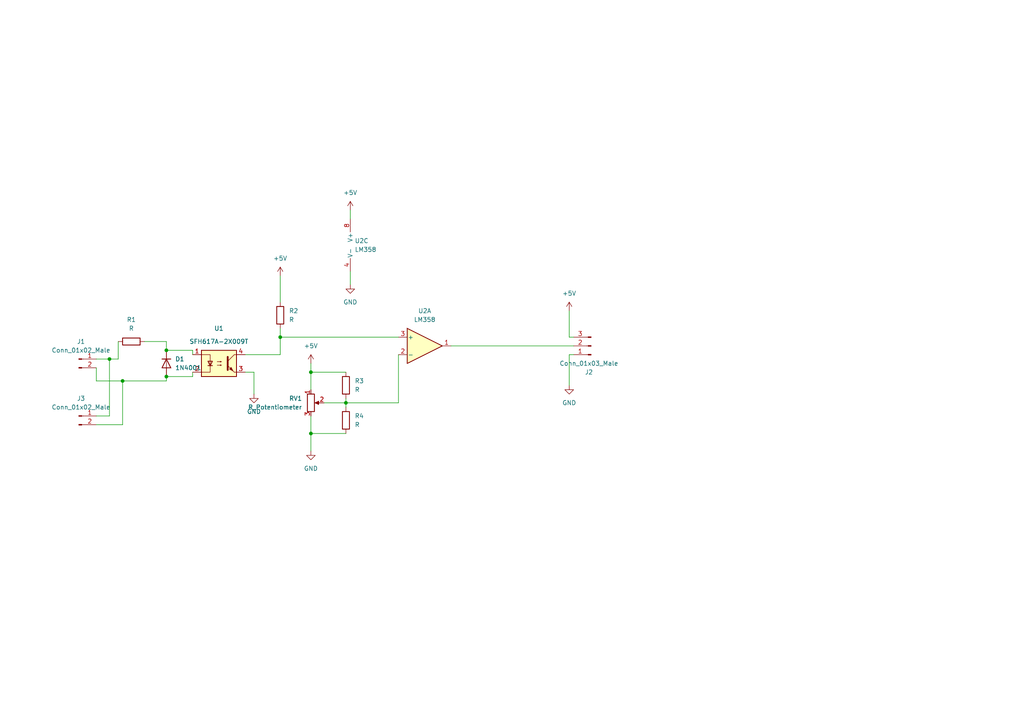
<source format=kicad_sch>
(kicad_sch (version 20211123) (generator eeschema)
  (paper "A4")
  (lib_symbols
    (symbol "Amplifier_Operational:LM358" (pin_names (offset 0.127))
      (property "Reference" "U" (at 0 5.08 0))
      (property "Value" "LM358" (at 0 -5.08 0))
      (symbol "LM358_1_1"
        (polyline (pts (xy -5.08 5.08) (xy 5.08 0) (xy -5.08 -5.08) (xy -5.08 5.08)) (stroke (width 0.254)) (fill (type background)))
        (pin output line (at 7.62 0 180) (length 2.54) (name "~") (number "1"))
        (pin input line (at -7.62 -2.54 0) (length 2.54) (name "-") (number "2"))
        (pin input line (at -7.62 2.54 0) (length 2.54) (name "+") (number "3"))
      )
      (symbol "LM358_2_1"
        (polyline (pts (xy -5.08 5.08) (xy 5.08 0) (xy -5.08 -5.08) (xy -5.08 5.08)) (stroke (width 0.254)) (fill (type background)))
        (pin input line (at -7.62 2.54 0) (length 2.54) (name "+") (number "5"))
        (pin input line (at -7.62 -2.54 0) (length 2.54) (name "-") (number "6"))
        (pin output line (at 7.62 0 180) (length 2.54) (name "~") (number "7"))
      )
      (symbol "LM358_3_1"
        (pin power_in line (at -2.54 -7.62 90) (length 3.81) (name "V-") (number "4"))
        (pin power_in line (at -2.54 7.62 270) (length 3.81) (name "V+") (number "8"))
      )
    )
    (symbol "Connector:Conn_01x02_Male" (pin_names (offset 1.016) hide)
      (property "Reference" "J" (at 0 2.54 0))
      (property "Value" "Conn_01x02_Male" (at 0 -5.08 0))
      (symbol "Conn_01x02_Male_1_1"
        (polyline (pts (xy 1.27 -2.54) (xy 0.8636 -2.54)) (stroke (width 0.1524)))
        (polyline (pts (xy 1.27 0) (xy 0.8636 0)) (stroke (width 0.1524)))
        (rectangle (start 0.8636 -2.413) (end 0 -2.667) (stroke (width 0.1524)) (fill (type outline)))
        (rectangle (start 0.8636 0.127) (end 0 -0.127) (stroke (width 0.1524)) (fill (type outline)))
        (pin passive line (at 5.08 0 180) (length 3.81) (name "Pin_1") (number "1"))
        (pin passive line (at 5.08 -2.54 180) (length 3.81) (name "Pin_2") (number "2"))
      )
    )
    (symbol "Connector:Conn_01x03_Male" (pin_names (offset 1.016) hide)
      (property "Reference" "J" (at 0 5.08 0))
      (property "Value" "Conn_01x03_Male" (at 0 -5.08 0))
      (symbol "Conn_01x03_Male_1_1"
        (polyline (pts (xy 1.27 -2.54) (xy 0.8636 -2.54)) (stroke (width 0.1524)))
        (polyline (pts (xy 1.27 0) (xy 0.8636 0)) (stroke (width 0.1524)))
        (polyline (pts (xy 1.27 2.54) (xy 0.8636 2.54)) (stroke (width 0.1524)))
        (rectangle (start 0.8636 -2.413) (end 0 -2.667) (stroke (width 0.1524)) (fill (type outline)))
        (rectangle (start 0.8636 0.127) (end 0 -0.127) (stroke (width 0.1524)) (fill (type outline)))
        (rectangle (start 0.8636 2.667) (end 0 2.413) (stroke (width 0.1524)) (fill (type outline)))
        (pin passive line (at 5.08 2.54 180) (length 3.81) (name "Pin_1") (number "1"))
        (pin passive line (at 5.08 0 180) (length 3.81) (name "Pin_2") (number "2"))
        (pin passive line (at 5.08 -2.54 180) (length 3.81) (name "Pin_3") (number "3"))
      )
    )
    (symbol "Device:R" (pin_numbers hide) (pin_names (offset 0))
      (property "Reference" "R" (at 2.032 0 90))
      (property "Value" "R" (at 0 0 90))
      (symbol "R_0_1"
        (rectangle (start -1.016 -2.54) (end 1.016 2.54) (stroke (width 0.254)))
      )
      (symbol "R_1_1"
        (pin passive line (at 0 3.81 270) (length 1.27) (name "~") (number "1"))
        (pin passive line (at 0 -3.81 90) (length 1.27) (name "~") (number "2"))
      )
    )
    (symbol "Device:R_Potentiometer" (pin_names (offset 1.016) hide)
      (property "Reference" "RV" (at -4.445 0 90))
      (property "Value" "R_Potentiometer" (at -2.54 0 90))
      (symbol "R_Potentiometer_0_1"
        (polyline (pts (xy 2.54 0) (xy 1.524 0)))
        (polyline (pts (xy 1.143 0) (xy 2.286 0.508) (xy 2.286 -0.508) (xy 1.143 0)) (fill (type outline)))
        (rectangle (start 1.016 2.54) (end -1.016 -2.54) (stroke (width 0.254)))
      )
      (symbol "R_Potentiometer_1_1"
        (pin passive line (at 0 3.81 270) (length 1.27) (name "1") (number "1"))
        (pin passive line (at 3.81 0 180) (length 1.27) (name "2") (number "2"))
        (pin passive line (at 0 -3.81 90) (length 1.27) (name "3") (number "3"))
      )
    )
    (symbol "Diode:1N4001" (pin_numbers hide) (pin_names (offset 1.016) hide)
      (property "Reference" "D" (at 0 2.54 0))
      (property "Value" "1N4001" (at 0 -2.54 0))
      (symbol "1N4001_0_1"
        (polyline (pts (xy -1.27 1.27) (xy -1.27 -1.27)) (stroke (width 0.254)))
        (polyline (pts (xy 1.27 0) (xy -1.27 0)))
        (polyline (pts (xy 1.27 1.27) (xy 1.27 -1.27) (xy -1.27 0) (xy 1.27 1.27)) (stroke (width 0.254)))
      )
      (symbol "1N4001_1_1"
        (pin passive line (at -3.81 0 0) (length 2.54) (name "K") (number "1"))
        (pin passive line (at 3.81 0 180) (length 2.54) (name "A") (number "2"))
      )
    )
    (symbol "Isolator:SFH617A-2X009T"
      (property "Reference" "U" (at -3.81 5.08 0))
      (property "Value" "SFH617A-2X009T" (at 0 -5.08 0))
      (symbol "SFH617A-2X009T_1_1"
        (rectangle (start -5.08 3.81) (end 5.08 -3.81) (stroke (width 0.254)) (fill (type background)))
        (polyline (pts (xy -3.175 -0.635) (xy -1.905 -0.635)) (stroke (width 0.254)))
        (polyline (pts (xy 2.54 0.635) (xy 4.445 2.54)))
        (polyline (pts (xy 4.445 -2.54) (xy 2.54 -0.635)) (fill (type outline)))
        (polyline (pts (xy 4.445 -2.54) (xy 5.08 -2.54)))
        (polyline (pts (xy 4.445 2.54) (xy 5.08 2.54)))
        (polyline (pts (xy -5.08 2.54) (xy -2.54 2.54) (xy -2.54 -0.762)))
        (polyline (pts (xy -2.54 -0.635) (xy -2.54 -2.54) (xy -5.08 -2.54)))
        (polyline (pts (xy 2.54 1.905) (xy 2.54 -1.905) (xy 2.54 -1.905)) (stroke (width 0.508)))
        (polyline (pts (xy -2.54 -0.635) (xy -3.175 0.635) (xy -1.905 0.635) (xy -2.54 -0.635)) (stroke (width 0.254)))
        (polyline (pts (xy -0.508 -0.508) (xy 0.762 -0.508) (xy 0.381 -0.635) (xy 0.381 -0.381) (xy 0.762 -0.508)))
        (polyline (pts (xy -0.508 0.508) (xy 0.762 0.508) (xy 0.381 0.381) (xy 0.381 0.635) (xy 0.762 0.508)))
        (polyline (pts (xy 3.048 -1.651) (xy 3.556 -1.143) (xy 4.064 -2.159) (xy 3.048 -1.651) (xy 3.048 -1.651)) (fill (type outline)))
        (pin passive line (at -7.62 2.54 0) (length 2.54) (name "~") (number "1"))
        (pin passive line (at -7.62 -2.54 0) (length 2.54) (name "~") (number "2"))
        (pin passive line (at 7.62 -2.54 180) (length 2.54) (name "~") (number "3"))
        (pin passive line (at 7.62 2.54 180) (length 2.54) (name "~") (number "4"))
      )
    )
    (symbol "power:+5V" (power) (pin_names (offset 0))
      (property "Value" "+5V" (at 0 3.556 0))
      (symbol "+5V_0_1"
        (polyline (pts (xy -0.762 1.27) (xy 0 2.54)))
        (polyline (pts (xy 0 0) (xy 0 2.54)))
        (polyline (pts (xy 0 2.54) (xy 0.762 1.27)))
      )
      (symbol "+5V_1_1"
        (pin power_in line (at 0 0 90) (length 0) hide (name "+5V") (number "1"))
      )
    )
    (symbol "power:GND" (power) (pin_names (offset 0))
      (property "Value" "GND" (at 0 -3.81 0))
      (symbol "GND_0_1"
        (polyline (pts (xy 0 0) (xy 0 -1.27) (xy 1.27 -1.27) (xy 0 -2.54) (xy -1.27 -1.27) (xy 0 -1.27)))
      )
      (symbol "GND_1_1"
        (pin power_in line (at 0 0 270) (length 0) hide (name "GND") (number "1"))
      )
    )
  )
  (junction (at 48.26 101.6))
  (junction (at 35.56 110.49))
  (junction (at 48.26 109.22))
  (junction (at 90.17 125.73))
  (junction (at 31.75 104.14))
  (junction (at 100.33 116.84))
  (junction (at 81.28 97.79))
  (junction (at 90.17 107.95))
  (wire (pts (xy 48.26 101.6) (xy 55.88 101.6)))
  (wire (pts (xy 165.1 90.17) (xy 165.1 97.79)))
  (wire (pts (xy 90.17 105.41) (xy 90.17 107.95)))
  (wire (pts (xy 55.88 102.87) (xy 55.88 101.6)))
  (wire (pts (xy 90.17 125.73) (xy 90.17 130.81)))
  (wire (pts (xy 27.94 120.65) (xy 31.75 120.65)))
  (wire (pts (xy 130.81 100.33) (xy 166.37 100.33)))
  (wire (pts (xy 35.56 123.19) (xy 35.56 110.49)))
  (wire (pts (xy 73.66 114.3) (xy 73.66 107.95)))
  (wire (pts (xy 31.75 104.14) (xy 27.94 104.14)))
  (wire (pts (xy 165.1 102.87) (xy 166.37 102.87)))
  (wire (pts (xy 81.28 95.25) (xy 81.28 97.79)))
  (wire (pts (xy 100.33 116.84) (xy 115.57 116.84)))
  (wire (pts (xy 71.12 102.87) (xy 81.28 102.87)))
  (wire (pts (xy 48.26 109.22) (xy 55.88 109.22)))
  (wire (pts (xy 27.94 106.68) (xy 27.94 110.49)))
  (wire (pts (xy 71.12 107.95) (xy 73.66 107.95)))
  (wire (pts (xy 165.1 97.79) (xy 166.37 97.79)))
  (wire (pts (xy 90.17 125.73) (xy 100.33 125.73)))
  (wire (pts (xy 27.94 123.19) (xy 35.56 123.19)))
  (wire (pts (xy 90.17 107.95) (xy 100.33 107.95)))
  (wire (pts (xy 81.28 80.01) (xy 81.28 87.63)))
  (wire (pts (xy 90.17 107.95) (xy 90.17 113.03)))
  (wire (pts (xy 101.6 60.96) (xy 101.6 63.5)))
  (wire (pts (xy 34.29 104.14) (xy 31.75 104.14)))
  (wire (pts (xy 27.94 110.49) (xy 35.56 110.49)))
  (wire (pts (xy 115.57 102.87) (xy 115.57 116.84)))
  (wire (pts (xy 34.29 99.06) (xy 34.29 104.14)))
  (wire (pts (xy 48.26 99.06) (xy 48.26 101.6)))
  (wire (pts (xy 90.17 120.65) (xy 90.17 125.73)))
  (wire (pts (xy 101.6 78.74) (xy 101.6 82.55)))
  (wire (pts (xy 55.88 107.95) (xy 55.88 109.22)))
  (wire (pts (xy 100.33 116.84) (xy 100.33 118.11)))
  (wire (pts (xy 93.98 116.84) (xy 100.33 116.84)))
  (wire (pts (xy 41.91 99.06) (xy 48.26 99.06)))
  (wire (pts (xy 81.28 97.79) (xy 81.28 102.87)))
  (wire (pts (xy 48.26 110.49) (xy 48.26 109.22)))
  (wire (pts (xy 165.1 111.76) (xy 165.1 102.87)))
  (wire (pts (xy 35.56 110.49) (xy 48.26 110.49)))
  (wire (pts (xy 100.33 115.57) (xy 100.33 116.84)))
  (wire (pts (xy 81.28 97.79) (xy 115.57 97.79)))
  (wire (pts (xy 31.75 120.65) (xy 31.75 104.14)))
  (symbol (lib_id "Amplifier_Operational:LM358") (at 123.19 100.33 0) (unit 1)
    (property "Reference" "U2" (at 123.19 90.17 0))
    (property "Value" "LM358" (at 123.19 92.71 0))
    (property "Footprint" "Package_DIP:DIP-8_W7.62mm_Socket_LongPads" (effects hide))
    (property "Datasheet" "http://www.ti.com/lit/ds/symlink/lm2904-n.pdf" (effects hide))
  )
  (symbol (lib_id "Device:R") (at 38.1 99.06 90) (unit 1)
    (property "Reference" "R1" (at 38.1 92.71 90))
    (property "Value" "R" (at 38.1 95.25 90))
    (property "Footprint" "Resistor_THT:R_Axial_DIN0207_L6.3mm_D2.5mm_P10.16mm_Horizontal" (effects hide))
  )
  (symbol (lib_id "Connector:Conn_01x02_Male") (at 22.86 104.14 0) (unit 1)
    (property "Reference" "J1" (at 23.495 99.06 0))
    (property "Value" "Conn_01x02_Male" (at 23.495 101.6 0))
    (property "Footprint" "Connector_PinHeader_2.54mm:PinHeader_1x02_P2.54mm_Vertical" (effects hide))
  )
  (symbol (lib_id "Device:R") (at 100.33 121.92 0) (unit 1)
    (property "Reference" "R4" (at 102.87 120.6499 0) (effects (justify left)))
    (property "Value" "R" (at 102.87 123.1899 0) (effects (justify left)))
    (property "Footprint" "Resistor_SMD:R_0805_2012Metric_Pad1.20x1.40mm_HandSolder" (effects hide))
  )
  (symbol (lib_id "power:+5V") (at 81.28 80.01 0) (unit 1)
    (property "Reference" "#PWR04" (effects hide))
    (property "Value" "+5V" (at 81.28 74.93 0))
  )
  (symbol (lib_id "power:+5V") (at 101.6 60.96 0) (unit 1)
    (property "Reference" "#PWR07" (effects hide))
    (property "Value" "+5V" (at 101.6 55.88 0))
  )
  (symbol (lib_id "Isolator:SFH617A-2X009T") (at 63.5 105.41 0) (unit 1)
    (property "Reference" "U1" (at 63.5 95.25 0))
    (property "Value" "SFH617A-2X009T" (at 63.5 99.06 0))
    (property "Footprint" "Package_DIP:DIP-4_W7.62mm_Socket" (effects hide))
    (property "Datasheet" "http://www.vishay.com/docs/83740/sfh617a.pdf" (effects hide))
  )
  (symbol (lib_id "Device:R") (at 100.33 111.76 0) (unit 1)
    (property "Reference" "R3" (at 102.87 110.4899 0) (effects (justify left)))
    (property "Value" "R" (at 102.87 113.0299 0) (effects (justify left)))
    (property "Footprint" "Resistor_SMD:R_0805_2012Metric_Pad1.20x1.40mm_HandSolder" (effects hide))
  )
  (symbol (lib_id "power:GND") (at 90.17 130.81 0) (unit 1)
    (property "Reference" "#PWR06" (effects hide))
    (property "Value" "GND" (at 90.17 135.89 0))
  )
  (symbol (lib_id "Amplifier_Operational:LM358") (at 104.14 71.12 0) (unit 3)
    (property "Reference" "U2" (at 102.87 69.8499 0) (effects (justify left)))
    (property "Value" "LM358" (at 102.87 72.39 0) (effects (justify left)))
    (property "Footprint" "Package_DIP:DIP-8_W7.62mm_Socket_LongPads" (effects hide))
    (property "Datasheet" "http://www.ti.com/lit/ds/symlink/lm2904-n.pdf" (effects hide))
  )
  (symbol (lib_id "Diode:1N4001") (at 48.26 105.41 270) (unit 1)
    (property "Reference" "D1" (at 50.8 104.1399 90) (effects (justify left)))
    (property "Value" "1N4001" (at 50.8 106.6799 90) (effects (justify left)))
    (property "Footprint" "Diode_THT:D_DO-41_SOD81_P10.16mm_Horizontal" (effects hide))
    (property "Datasheet" "http://www.vishay.com/docs/88503/1n4001.pdf" (effects hide))
  )
  (symbol (lib_id "power:+5V") (at 90.17 105.41 0) (unit 1)
    (property "Reference" "#PWR05" (effects hide))
    (property "Value" "+5V" (at 90.17 100.33 0))
  )
  (symbol (lib_id "Connector:Conn_01x02_Male") (at 22.86 120.65 0) (unit 1)
    (property "Reference" "J3" (at 23.495 115.57 0))
    (property "Value" "Conn_01x02_Male" (at 23.495 118.11 0))
    (property "Footprint" "Connector_Wire:SolderWire-1sqmm_1x02_P7.8mm_D1.4mm_OD3.9mm" (effects hide))
  )
  (symbol (lib_id "power:GND") (at 101.6 82.55 0) (unit 1)
    (property "Reference" "#PWR08" (effects hide))
    (property "Value" "GND" (at 101.6 87.63 0))
  )
  (symbol (lib_id "power:GND") (at 165.1 111.76 0) (unit 1)
    (property "Reference" "#PWR02" (effects hide))
    (property "Value" "GND" (at 165.1 116.84 0))
  )
  (symbol (lib_id "Device:R_Potentiometer") (at 90.17 116.84 0) (unit 1)
    (property "Reference" "RV1" (at 87.63 115.5699 0) (effects (justify right)))
    (property "Value" "R_Potentiometer" (at 87.63 118.1099 0) (effects (justify right)))
    (property "Footprint" "Potentiometer_THT:Potentiometer_Bourns_3266Y_Vertical" (effects hide))
  )
  (symbol (lib_id "Connector:Conn_01x03_Male") (at 171.45 100.33 180) (unit 1)
    (property "Reference" "J2" (at 170.815 107.95 0))
    (property "Value" "Conn_01x03_Male" (at 170.815 105.41 0))
    (property "Footprint" "Connector_PinHeader_2.54mm:PinHeader_1x03_P2.54mm_Vertical" (effects hide))
  )
  (symbol (lib_id "power:+5V") (at 165.1 90.17 0) (unit 1)
    (property "Reference" "#PWR01" (effects hide))
    (property "Value" "+5V" (at 165.1 85.09 0))
  )
  (symbol (lib_id "Device:R") (at 81.28 91.44 0) (unit 1)
    (property "Reference" "R2" (at 83.82 90.1699 0) (effects (justify left)))
    (property "Value" "R" (at 83.82 92.7099 0) (effects (justify left)))
    (property "Footprint" "Resistor_THT:R_Axial_DIN0207_L6.3mm_D2.5mm_P10.16mm_Horizontal" (effects hide))
  )
  (symbol (lib_id "power:GND") (at 73.66 114.3 0) (unit 1)
    (property "Reference" "#PWR03" (effects hide))
    (property "Value" "GND" (at 73.66 119.38 0))
  )
)
</source>
